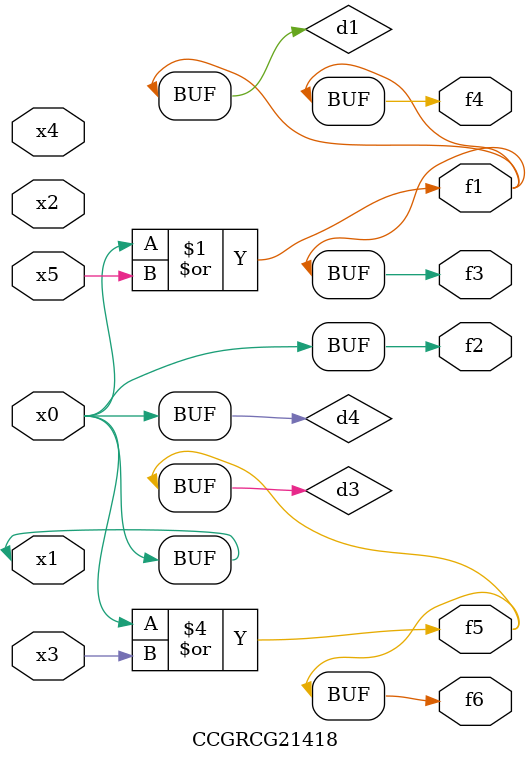
<source format=v>
module CCGRCG21418(
	input x0, x1, x2, x3, x4, x5,
	output f1, f2, f3, f4, f5, f6
);

	wire d1, d2, d3, d4;

	or (d1, x0, x5);
	xnor (d2, x1, x4);
	or (d3, x0, x3);
	buf (d4, x0, x1);
	assign f1 = d1;
	assign f2 = d4;
	assign f3 = d1;
	assign f4 = d1;
	assign f5 = d3;
	assign f6 = d3;
endmodule

</source>
